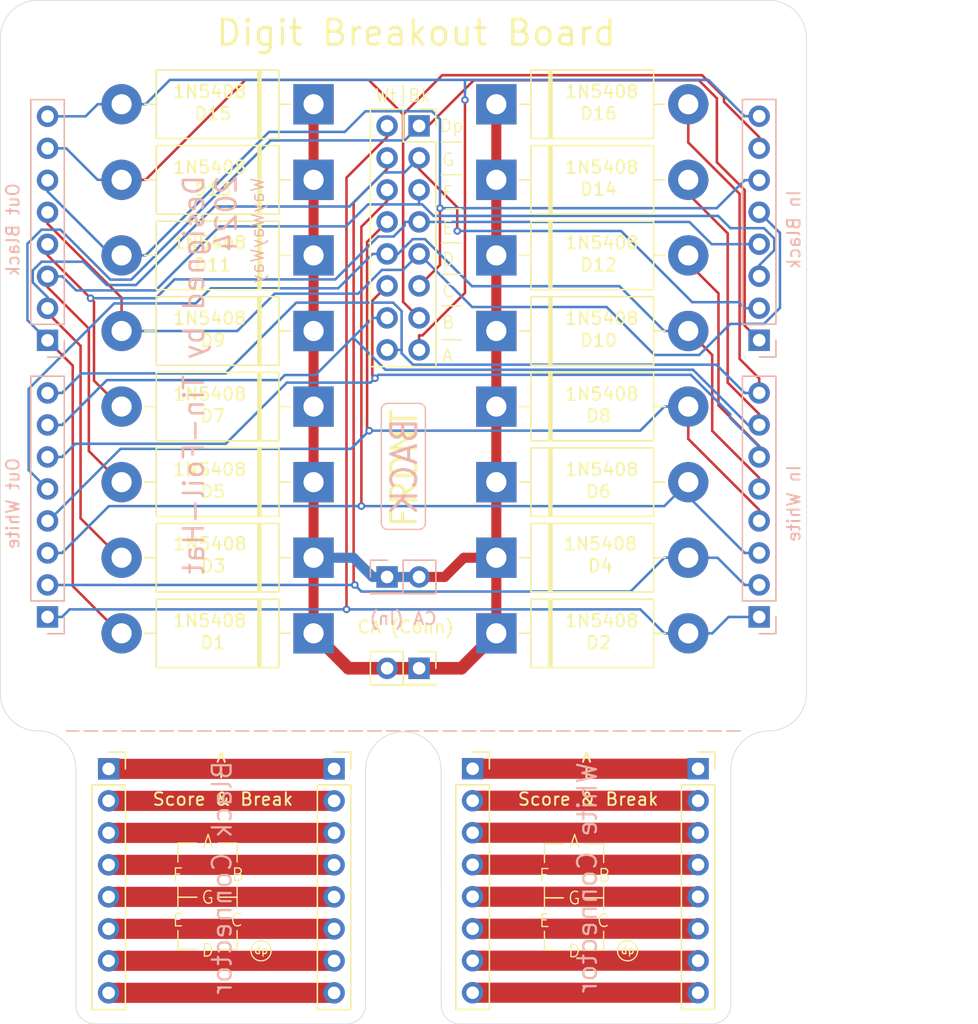
<source format=kicad_pcb>
(kicad_pcb (version 20240108) (generator "pcbnew") (generator_version "8.0")
  (layers (0 "F.Cu" signal) (31 "B.Cu" signal) (34 "B.Paste" user) (35 "F.Paste" user) (36 "B.SilkS" user "B.Silkscreen") (37 "F.SilkS" user "F.Silkscreen") (38 "B.Mask" user) (39 "F.Mask" user) (44 "Edge.Cuts" user))
  (net 0 "")
  (net 1 "Net-(D1-A)")
  (net 2 "Com Anode")
  (net 3 "Net-(D2-A)")
  (net 4 "Net-(D3-A)")
  (net 5 "Net-(D4-A)")
  (net 6 "Net-(D5-A)")
  (net 7 "Net-(D6-A)")
  (net 8 "Net-(D7-A)")
  (net 9 "Net-(D8-A)")
  (net 10 "Net-(D9-A)")
  (net 11 "Net-(D10-A)")
  (net 12 "Net-(D11-A)")
  (net 13 "Net-(D12-A)")
  (net 14 "Net-(D13-A)")
  (net 15 "Net-(D14-A)")
  (net 16 "Net-(D15-A)")
  (net 17 "Net-(D16-A)")
  (net 18 "Net-(J10-Pin_6)")
  (net 19 "Net-(J10-Pin_2)")
  (net 20 "Net-(J10-Pin_5)")
  (net 21 "Net-(J10-Pin_7)")
  (net 22 "Net-(J10-Pin_8)")
  (net 23 "Net-(J10-Pin_1)")
  (net 24 "Net-(J10-Pin_4)")
  (net 25 "Net-(J10-Pin_3)")
  (net 26 "Net-(J11-Pin_6)")
  (net 27 "Net-(J11-Pin_2)")
  (net 28 "Net-(J11-Pin_5)")
  (net 29 "Net-(J11-Pin_7)")
  (net 30 "Net-(J11-Pin_8)")
  (net 31 "Net-(J11-Pin_1)")
  (net 32 "Net-(J11-Pin_4)")
  (net 33 "Net-(J11-Pin_3)")
  (footprint "Connector_PinSocket_2.54mm:PinSocket_1x08_P2.54mm_Vertical" (layer "F.Cu") (at 147.5 122.25)
    (property "Reference" "J9" (hide yes))
    (property "Value" "White (Out - Out)" (hide yes))
  )
  (footprint "Diode_THT:D_DO-201AD_P15.24mm_Horizontal" (layer "F.Cu") (at 134.87 99.5 180)
    (property "Reference" "D5")
    (property "Value" "1N5408")
  )
  (footprint "Connector_PinSocket_2.54mm:PinSocket_2x08_P2.54mm_Vertical" (layer "F.Cu") (at 143.25 71.22)
    (property "Reference" "J12" (hide yes))
    (property "Value" "Black and White (Conn)" (hide yes))
  )
  (footprint "Diode_THT:D_DO-201AD_P15.24mm_Horizontal" (layer "F.Cu") (at 149.38 111.5)
    (property "Reference" "D2")
    (property "Value" "1N5408")
  )
  (footprint "Diode_THT:D_DO-201AD_P15.24mm_Horizontal" (layer "F.Cu") (at 149.38 81.5)
    (property "Reference" "D12")
    (property "Value" "1N5408")
  )
  (footprint "Diode_THT:D_DO-201AD_P15.24mm_Horizontal" (layer "F.Cu") (at 134.87 105.5 180)
    (property "Reference" "D3")
    (property "Value" "1N5408")
  )
  (footprint "Diode_THT:D_DO-201AD_P15.24mm_Horizontal" (layer "F.Cu") (at 149.38 93.5)
    (property "Reference" "D8")
    (property "Value" "1N5408")
  )
  (footprint "Diode_THT:D_DO-201AD_P15.24mm_Horizontal" (layer "F.Cu") (at 134.87 93.5 180)
    (property "Reference" "D7")
    (property "Value" "1N5408")
  )
  (footprint "Diode_THT:D_DO-201AD_P15.24mm_Horizontal" (layer "F.Cu") (at 149.38 99.5)
    (property "Reference" "D6")
    (property "Value" "1N5408")
  )
  (footprint "MountingHole:MountingHole_3.2mm_M3" (layer "F.Cu") (at 170.5 115.75)
    (property "Reference" "REF**" (hide yes))
    (property "Value" "MountingHole_3.2mm_M3" (hide yes))
  )
  (footprint "Connector_PinSocket_2.54mm:PinSocket_2x01_P2.54mm_Vertical" (layer "F.Cu") (at 143.25 114.275)
    (property "Reference" "J3" (hide yes))
    (property "Value" "CA (Conn)")
  )
  (footprint "Connector_PinSocket_2.54mm:PinSocket_1x08_P2.54mm_Vertical" (layer "F.Cu") (at 136.5 122.26)
    (property "Reference" "J10" (hide yes))
    (property "Value" "Black (Out - Out)" (hide yes))
  )
  (footprint "Diode_THT:D_DO-201AD_P15.24mm_Horizontal" (layer "F.Cu") (at 149.38 75.5)
    (property "Reference" "D14")
    (property "Value" "1N5408")
  )
  (footprint "Diode_THT:D_DO-201AD_P15.24mm_Horizontal" (layer "F.Cu") (at 134.87 69.5 180)
    (property "Reference" "D15")
    (property "Value" "1N5408")
  )
  (footprint "Diode_THT:D_DO-201AD_P15.24mm_Horizontal" (layer "F.Cu") (at 134.87 87.5 180)
    (property "Reference" "D9")
    (property "Value" "1N5408")
  )
  (footprint "Diode_THT:D_DO-201AD_P15.24mm_Horizontal" (layer "F.Cu") (at 134.87 81.5 180)
    (property "Reference" "D11")
    (property "Value" "1N5408")
  )
  (footprint "Connector_PinSocket_2.54mm:PinSocket_1x08_P2.54mm_Vertical" (layer "F.Cu") (at 118.6 122.26)
    (property "Reference" "J8" (hide yes))
    (property "Value" "Black Connector" (hide yes))
  )
  (footprint "Diode_THT:D_DO-201AD_P15.24mm_Horizontal" (layer "F.Cu") (at 149.38 105.5)
    (property "Reference" "D4")
    (property "Value" "1N5408")
  )
  (footprint "MountingHole:MountingHole_3.2mm_M3" (layer "F.Cu") (at 113.5 64.75)
    (property "Reference" "REF**" (hide yes))
    (property "Value" "MountingHole_3.2mm_M3" (hide yes))
  )
  (footprint "Diode_THT:D_DO-201AD_P15.24mm_Horizontal" (layer "F.Cu") (at 149.38 87.5)
    (property "Reference" "D10")
    (property "Value" "1N5408")
  )
  (footprint "Connector_PinSocket_2.54mm:PinSocket_1x08_P2.54mm_Vertical" (layer "F.Cu") (at 165.4 122.25)
    (property "Reference" "J11" (hide yes))
    (property "Value" "White Connector" (hide yes))
  )
  (footprint "Diode_THT:D_DO-201AD_P15.24mm_Horizontal" (layer "F.Cu") (at 134.87 111.5 180)
    (property "Reference" "D1")
    (property "Value" "1N5408")
  )
  (footprint "Diode_THT:D_DO-201AD_P15.24mm_Horizontal" (layer "F.Cu") (at 149.38 69.5)
    (property "Reference" "D16")
    (property "Value" "1N5408")
  )
  (footprint "MountingHole:MountingHole_3.2mm_M3" (layer "F.Cu") (at 170.5 64.75)
    (property "Reference" "REF**" (hide yes))
    (property "Value" "MountingHole_3.2mm_M3" (hide yes))
  )
  (footprint "MountingHole:MountingHole_3.2mm_M3" (layer "F.Cu") (at 113.5 115.75)
    (property "Reference" "REF**" (hide yes))
    (property "Value" "MountingHole_3.2mm_M3" (hide yes))
  )
  (footprint "Diode_THT:D_DO-201AD_P15.24mm_Horizontal" (layer "F.Cu") (at 134.87 75.5 180)
    (property "Reference" "D13")
    (property "Value" "1N5408")
  )
  (footprint "Connector_PinSocket_2.54mm:PinSocket_1x08_P2.54mm_Vertical" (layer "B.Cu") (at 170.25 88.23)
    (property "Reference" "J6" (hide yes))
    (property "Value" "In Black")
  )
  (footprint "Connector_PinSocket_2.54mm:PinSocket_2x01_P2.54mm_Vertical" (layer "B.Cu") (at 140.71 107.025 180)
    (property "Reference" "J5" (hide yes))
    (property "Value" "CA (In)")
  )
  (footprint "Connector_PinSocket_2.54mm:PinSocket_1x08_P2.54mm_Vertical" (layer "B.Cu") (at 113.75 110.2)
    (property "Reference" "J2" (hide yes))
    (property "Value" "Out White")
  )
  (footprint "Connector_PinSocket_2.54mm:PinSocket_1x08_P2.54mm_Vertical" (layer "B.Cu") (at 113.75 88.24)
    (property "Reference" "J1" (hide yes))
    (property "Value" "Out Black")
  )
  (footprint "Connector_PinSocket_2.54mm:PinSocket_1x08_P2.54mm_Vertical" (layer "B.Cu") (at 170.25 110.2)
    (property "Reference" "J7" (hide yes))
    (property "Value" "In White")
  )
  (gr_arc (start 140.75 103.25) (mid 140.396447 103.103553) (end 140.25 102.75) (stroke (width 0.1)) (layer "B.SilkS"))
  (gr_line (start 140.75 93.25) (end 143.25 93.25) (stroke (width 0.1)) (layer "B.SilkS"))
  (gr_arc (start 143.25 93.25) (mid 143.603553 93.396447) (end 143.75 93.75) (stroke (width 0.1)) (layer "B.SilkS"))
  (gr_arc (start 143.75 102.75) (mid 143.603553 103.103553) (end 143.25 103.25) (stroke (width 0.1)) (layer "B.SilkS"))
  (gr_line (start 143.75 93.75) (end 143.75 102.75) (stroke (width 0.1)) (layer "B.SilkS"))
  (gr_line (start 168.75 119.25) (end 115.25 119.25) (stroke (width 0.1) (type dash)) (layer "B.SilkS"))
  (gr_line (start 143.25 103.25) (end 140.75 103.25) (stroke (width 0.1)) (layer "B.SilkS"))
  (gr_line (start 140.25 102.75) (end 140.25 93.75) (stroke (width 0.1)) (layer "B.SilkS"))
  (gr_arc (start 140.25 93.75) (mid 140.396447 93.396447) (end 140.75 93.25) (stroke (width 0.1)) (layer "B.SilkS"))
  (gr_line (start 157.9 136.65) (end 157.9 135.15) (stroke (width 0.1)) (layer "F.SilkS"))
  (gr_line (start 128.8 132.45) (end 128.8 131.55) (stroke (width 0.1)) (layer "F.SilkS"))
  (gr_line (start 128.8 128.15) (end 128.8 129.65) (stroke (width 0.1)) (layer "F.SilkS"))
  (gr_line (start 128.8 136.6) (end 128.8 135.1) (stroke (width 0.1)) (layer "F.SilkS"))
  (gr_line (start 124.1 132.45) (end 125.6 132.45) (stroke (width 0.1)) (layer "F.SilkS"))
  (gr_circle (center 130.7 136.7) (end 130.7 137.5) (stroke (width 0.1)) (fill none) (layer "F.SilkS"))
  (gr_line (start 157.9 132.5) (end 156.4 132.5) (stroke (width 0.1)) (layer "F.SilkS"))
  (gr_circle (center 159.8 136.7) (end 159.8 137.5) (stroke (width 0.1)) (fill none) (layer "F.SilkS"))
  (gr_line (start 153.2 136.65) (end 153.2 135.15) (stroke (width 0.1)) (layer "F.SilkS"))
  (gr_line (start 168.75 119.25) (end 115.25 119.25) (stroke (width 0.1) (type dash)) (layer "F.SilkS"))
  (gr_line (start 145 83) (end 146.6 83) (stroke (width 0.1)) (layer "F.SilkS"))
  (gr_line (start 157.9 132.5) (end 157.9 131.6) (stroke (width 0.1)) (layer "F.SilkS"))
  (gr_line (start 128.8 128.15) (end 127.3 128.15) (stroke (width 0.1)) (layer "F.SilkS"))
  (gr_arc (start 143.75 102.75) (mid 143.603553 103.103553) (end 143.25 103.25) (stroke (width 0.1)) (layer "F.SilkS"))
  (gr_line (start 157.9 133.4) (end 157.9 132.5) (stroke (width 0.1)) (layer "F.SilkS"))
  (gr_line (start 142 68) (end 142 69.6) (stroke (width 0.1)) (layer "F.SilkS"))
  (gr_line (start 128.8 136.6) (end 127.3 136.6) (stroke (width 0.1)) (layer "F.SilkS"))
  (gr_line (start 124.1 128.15) (end 124.1 129.65) (stroke (width 0.1)) (layer "F.SilkS"))
  (gr_line (start 153.2 128.2) (end 154.7 128.2) (stroke (width 0.1)) (layer "F.SilkS"))
  (gr_arc (start 140.25 93.75) (mid 140.396447 93.396447) (end 140.75 93.25) (stroke (width 0.1)) (layer "F.SilkS"))
  (gr_line (start 153.2 132.5) (end 153.2 131.6) (stroke (width 0.1)) (layer "F.SilkS"))
  (gr_line (start 153.2 132.5) (end 154.7 132.5) (stroke (width 0.1)) (layer "F.SilkS"))
  (gr_line (start 145.4 77.8) (end 146.6 77.8) (stroke (width 0.1)) (layer "F.SilkS"))
  (gr_line (start 157.9 128.2) (end 157.9 129.7) (stroke (width 0.1)) (layer "F.SilkS"))
  (gr_line (start 128.8 132.45) (end 127.3 132.45) (stroke (width 0.1)) (layer "F.SilkS"))
  (gr_line (start 145 80.5) (end 146.6 80.5) (stroke (width 0.1)) (layer "F.SilkS"))
  (gr_line (start 145 75.1) (end 146.6 75.1) (stroke (width 0.1)) (layer "F.SilkS"))
  (gr_line (start 124.1 136.6) (end 124.1 135.1) (stroke (width 0.1)) (layer "F.SilkS"))
  (gr_line (start 157.9 132.5) (end 156.4 132.5) (stroke (width 0.1)) (layer "F.SilkS"))
  (gr_line (start 145 85.5) (end 146.6 85.5) (stroke (width 0.1)) (layer "F.SilkS"))
  (gr_line (start 128.8 133.35) (end 128.8 132.45) (stroke (width 0.1)) (layer "F.SilkS"))
  (gr_line (start 153.2 133.4) (end 153.2 132.5) (stroke (width 0.1)) (layer "F.SilkS"))
  (gr_line (start 140.75 93.25) (end 143.25 93.25) (stroke (width 0.1)) (layer "F.SilkS"))
  (gr_line (start 157.9 128.2) (end 156.4 128.2) (stroke (width 0.1)) (layer "F.SilkS"))
  (gr_line (start 153.2 132.5) (end 154.7 132.5) (stroke (width 0.1)) (layer "F.SilkS"))
  (gr_line (start 143.75 93.75) (end 143.75 102.75) (stroke (width 0.1)) (layer "F.SilkS"))
  (gr_line (start 124.1 133.35) (end 124.1 132.45) (stroke (width 0.1)) (layer "F.SilkS"))
  (gr_line (start 157.9 136.65) (end 156.4 136.65) (stroke (width 0.1)) (layer "F.SilkS"))
  (gr_line (start 124.1 136.6) (end 125.6 136.6) (stroke (width 0.1)) (layer "F.SilkS"))
  (gr_line (start 146.6 88.2) (end 145 88.2) (stroke (width 0.1)) (layer "F.SilkS"))
  (gr_line (start 153.2 128.2) (end 153.2 129.7) (stroke (width 0.1)) (layer "F.SilkS"))
  (gr_line (start 145 72.5) (end 146.6 72.5) (stroke (width 0.1)) (layer "F.SilkS"))
  (gr_line (start 128.8 132.45) (end 127.3 132.45) (stroke (width 0.1)) (layer "F.SilkS"))
  (gr_line (start 124.1 132.45) (end 125.6 132.45) (stroke (width 0.1)) (layer "F.SilkS"))
  (gr_line (start 143.25 103.25) (end 140.75 103.25) (stroke (width 0.1)) (layer "F.SilkS"))
  (gr_line (start 124.1 128.15) (end 125.6 128.15) (stroke (width 0.1)) (layer "F.SilkS"))
  (gr_line (start 140.25 102.75) (end 140.25 93.75) (stroke (width 0.1)) (layer "F.SilkS"))
  (gr_line (start 124.1 132.45) (end 124.1 131.55) (stroke (width 0.1)) (layer "F.SilkS"))
  (gr_line (start 153.2 136.65) (end 154.7 136.65) (stroke (width 0.1)) (layer "F.SilkS"))
  (gr_arc (start 140.75 103.25) (mid 140.396447 103.103553) (end 140.25 102.75) (stroke (width 0.1)) (layer "F.SilkS"))
  (gr_arc (start 143.25 93.25) (mid 143.603553 93.396447) (end 143.75 93.75) (stroke (width 0.1)) (layer "F.SilkS"))
  (gr_line (start 144.99897 122.399973) (end 145.000001 141) (stroke (width 0.05)) (layer "Edge.Cuts"))
  (gr_arc (start 112.999999 119.250001) (mid 110.878679 118.371321) (end 109.999999 116.250001) (stroke (width 0.05)) (layer "Edge.Cuts"))
  (gr_arc (start 117.5 142.5) (mid 116.43934 142.06066) (end 116 141) (stroke (width 0.05)) (layer "Edge.Cuts"))
  (gr_arc (start 174 116.25) (mid 173.12132 118.37132) (end 171 119.25) (stroke (width 0.05)) (layer "Edge.Cuts"))
  (gr_arc (start 139 141.000001) (mid 138.56066 142.060661) (end 137.5 142.500001) (stroke (width 0.05)) (layer "Edge.Cuts"))
  (gr_arc (start 139.000001 122.32132) (mid 139.87868 120.2) (end 142 119.32132) (stroke (width 0.05)) (layer "Edge.Cuts"))
  (gr_arc (start 171 61.25) (mid 173.12132 62.12868) (end 174 64.25) (stroke (width 0.05)) (layer "Edge.Cuts"))
  (gr_arc (start 146.500001 142.5) (mid 145.439341 142.06066) (end 145.000001 141) (stroke (width 0.05)) (layer "Edge.Cuts"))
  (gr_line (start 117.5 142.5) (end 137.5 142.500001) (stroke (width 0.05)) (layer "Edge.Cuts"))
  (gr_line (start 166.499999 142.500001) (end 146.500001 142.5) (stroke (width 0.05)) (layer "Edge.Cuts"))
  (gr_line (start 167.999999 141.000001) (end 168 122.250001) (stroke (width 0.05)) (layer "Edge.Cuts"))
  (gr_arc (start 167.999999 141.000001) (mid 167.560659 142.060661) (end 166.499999 142.500001) (stroke (width 0.05)) (layer "Edge.Cuts"))
  (gr_arc (start 110 64.25) (mid 110.87868 62.12868) (end 113 61.25) (stroke (width 0.05)) (layer "Edge.Cuts"))
  (gr_line (start 174 64.25) (end 174 116.25) (stroke (width 0.05)) (layer "Edge.Cuts"))
  (gr_line (start 115.999999 122.25) (end 116 141) (stroke (width 0.05)) (layer "Edge.Cuts"))
  (gr_line (start 139 141.000001) (end 139.000001 122.32132) (stroke (width 0.05)) (layer "Edge.Cuts"))
  (gr_arc (start 142 119.32132) (mid 144.148949 120.227992) (end 144.99897 122.399973) (stroke (width 0.05)) (layer "Edge.Cuts"))
  (gr_arc (start 168 122.250001) (mid 168.878679 120.12868) (end 171 119.25) (stroke (width 0.05)) (layer "Edge.Cuts"))
  (gr_arc (start 112.999999 119.250001) (mid 115.121319 120.12868) (end 115.999999 122.25) (stroke (width 0.05)) (layer "Edge.Cuts"))
  (gr_line (start 109.999999 116.250001) (end 110 64.25) (stroke (width 0.05)) (layer "Edge.Cuts"))
  (gr_line (start 113 61.25) (end 171 61.25) (stroke (width 0.05)) (layer "Edge.Cuts"))
  (gr_text "BACK" (at 143.25 94.25 90) (layer "B.SilkS") (effects (font (size 2 2) (thickness 0.24)) (justify left bottom mirror)))
  (gr_text "Black Connector" (at 127.6 130.9 90) (layer "B.SilkS") (effects (font (size 1.5 1.5) (thickness 0.18)) (justify mirror)))
  (gr_text "White Connector" (at 156.6 130.9 90) (layer "B.SilkS") (effects (font (size 1.5 1.5) (thickness 0.18)) (justify mirror)))
  (gr_text "Designed by Tin-Foil-Hat\n2024" (at 128.88 75 90) (layer "B.SilkS") (effects (font (size 1.6 1.6) (thickness 0.2)) (justify left bottom mirror)))
  (gr_text "WayWayWay" (at 131 75.25 90) (layer "B.SilkS") (effects (font (size 1 1) (thickness 0.1)) (justify left bottom mirror)))
  (gr_text "A" (at 145 90 0) (layer "F.SilkS") (effects (font (size 1 1) (thickness 0.1)) (justify left bottom)))
  (gr_text "Wt" (at 139.7 69.4 0) (layer "F.SilkS") (effects (font (size 1 1) (thickness 0.1)) (justify left bottom)))
  (gr_text "B" (at 128.3 131.25 0) (layer "F.SilkS") (effects (font (size 1 1) (thickness 0.1)) (justify left bottom)))
  (gr_text "dp" (at 159.2 137 0) (layer "F.SilkS") (effects (font (size 0.6 0.6) (thickness 0.1)) (justify left bottom)))
  (gr_text "A" (at 126 128.6 0) (layer "F.SilkS") (effects (font (size 1 1) (thickness 0.1)) (justify left bottom)))
  (gr_text "->" (at 128.05 123.275 90) (layer "F.SilkS") (effects (font (size 1 1)) (justify left bottom)))
  (gr_text "G" (at 155 133.1 0) (layer "F.SilkS") (effects (font (size 1 1) (thickness 0.1)) (justify left bottom)))
  (gr_text "C" (at 145 84.9 0) (layer "F.SilkS") (effects (font (size 1 1) (thickness 0.1)) (justify left bottom)))
  (gr_text "E" (at 152.7 134.9 0) (layer "F.SilkS") (effects (font (size 1 1) (thickness 0.1)) (justify left bottom)))
  (gr_text "B" (at 145 87.4 0) (layer "F.SilkS") (effects (font (size 1 1) (thickness 0.1)) (justify left bottom)))
  (gr_text "dp" (at 130.1 137 0) (layer "F.SilkS") (effects (font (size 0.6 0.6) (thickness 0.1)) (justify left bottom)))
  (gr_text "D" (at 145 82.4 0) (layer "F.SilkS") (effects (font (size 1 1) (thickness 0.1)) (justify left bottom)))
  (gr_text "F" (at 152.7 131.3 0) (layer "F.SilkS") (effects (font (size 1 1) (thickness 0.1)) (justify left bottom)))
  (gr_text "Bk" (at 142.3 69.4 0) (layer "F.SilkS") (effects (font (size 1 1) (thickness 0.1)) (justify left bottom)))
  (gr_text "D" (at 155 137.3 0) (layer "F.SilkS") (effects (font (size 1 1) (thickness 0.1)) (justify left bottom)))
  (gr_text "E" (at 123.6 134.85 0) (layer "F.SilkS") (effects (font (size 1 1) (thickness 0.1)) (justify left bottom)))
  (gr_text "C" (at 128.2 134.85 0) (layer "F.SilkS") (effects (font (size 1 1) (thickness 0.1)) (justify left bottom)))
  (gr_text "A" (at 155.1 128.6 0) (layer "F.SilkS") (effects (font (size 1 1) (thickness 0.1)) (justify left bottom)))
  (gr_text "C" (at 157.3 134.9 0) (layer "F.SilkS") (effects (font (size 1 1) (thickness 0.1)) (justify left bottom)))
  (gr_text "F" (at 123.6 131.25 0) (layer "F.SilkS") (effects (font (size 1 1) (thickness 0.1)) (justify left bottom)))
  (gr_text "D" (at 125.9 137.25 0) (layer "F.SilkS") (effects (font (size 1 1) (thickness 0.1)) (justify left bottom)))
  (gr_text "G" (at 125.9 133.05 0) (layer "F.SilkS") (effects (font (size 1 1) (thickness 0.1)) (justify left bottom)))
  (gr_text "FRONT\n" (at 143.25 103.25 90) (layer "F.SilkS") (effects (font (size 2 2) (thickness 0.24)) (justify left bottom)))
  (gr_text "Dp" (at 144.8 71.8 0) (layer "F.SilkS") (effects (font (size 1 1) (thickness 0.1)) (justify left bottom)))
  (gr_text "B" (at 157.4 131.3 0) (layer "F.SilkS") (effects (font (size 1 1) (thickness 0.1)) (justify left bottom)))
  (gr_text "->" (at 157.05 123.275 90) (layer "F.SilkS") (effects (font (size 1 1)) (justify left bottom)))
  (gr_text "E" (at 145 79.9 0) (layer "F.SilkS") (effects (font (size 1 1) (thickness 0.1)) (justify left bottom)))
  (gr_text "Score & Break" (at 122 125.25 0) (layer "F.SilkS") (effects (font (size 1 1)) (justify left bottom)))
  (gr_text "Score & Break" (at 151 125.25 0) (layer "F.SilkS") (effects (font (size 1 1)) (justify left bottom)))
  (gr_text "F" (at 145 77.1 0) (layer "F.SilkS") (effects (font (size 1 1) (thickness 0.1)) (justify left bottom)))
  (gr_text "G" (at 145 74.5 0) (layer "F.SilkS") (effects (font (size 1 1) (thickness 0.1)) (justify left bottom)))
  (gr_text "Digit Breakout Board" (at 127 65 0) (layer "F.SilkS") (effects (font (size 2 2) (thickness 0.24)) (justify left bottom)))
  (segment (start 166.8907 74.099) (end 169.0983 76.3066) (width 0.2) (layer "F.Cu") (net 1))
  (segment (start 169.0983 76.3066) (end 169.0983 87.0783) (width 0.2) (layer "F.Cu") (net 1))
  (segment (start 166.8907 69.0295) (end 166.8907 74.099) (width 0.2) (layer "F.Cu") (net 1))
  (segment (start 113.75 88.24) (end 113.75 88.25) (width 0.2) (layer "F.Cu") (net 1))
  (segment (start 119.5 111.5) (end 119.63 111.5) (width 0.2) (layer "F.Cu") (net 1))
  (segment (start 165.4595 67.5983) (end 166.8907 69.0295) (width 0.2) (layer "F.Cu") (net 1))
  (segment (start 147.5915 67.5983) (end 165.4595 67.5983) (width 0.2) (layer "F.Cu") (net 1))
  (segment (start 143.25 71.22) (end 143.9698 71.22) (width 0.2) (layer "F.Cu") (net 1))
  (segment (start 169.0983 87.0783) (end 170.25 88.23) (width 0.2) (layer "F.Cu") (net 1))
  (segment (start 115.75 107.75) (end 119.5 111.5) (width 0.2) (layer "F.Cu") (net 1))
  (segment (start 115.75 90.25) (end 115.75 107.75) (width 0.2) (layer "F.Cu") (net 1))
  (segment (start 143.9698 71.22) (end 147.5915 67.5983) (width 0.2) (layer "F.Cu") (net 1))
  (segment (start 113.75 88.25) (end 115.75 90.25) (width 0.2) (layer "F.Cu") (net 1))
  (segment (start 142.0983 72.3717) (end 131.4477 72.3717) (width 0.2) (layer "B.Cu") (net 1))
  (segment (start 120.3962 83.4232) (end 118.7381 83.4232) (width 0.2) (layer "B.Cu") (net 1))
  (segment (start 112.1519 86.6419) (end 113.75 88.24) (width 0.2) (layer "B.Cu") (net 1))
  (segment (start 131.4477 72.3717) (end 120.3962 83.4232) (width 0.2) (layer "B.Cu") (net 1))
  (segment (start 114.7723 79.4574) (end 113.2708 79.4574) (width 0.2) (layer "B.Cu") (net 1))
  (segment (start 143.25 71.22) (end 142.0983 72.3717) (width 0.2) (layer "B.Cu") (net 1))
  (segment (start 112.1519 80.5763) (end 112.1519 86.6419) (width 0.2) (layer "B.Cu") (net 1))
  (segment (start 118.7381 83.4232) (end 114.7723 79.4574) (width 0.2) (layer "B.Cu") (net 1))
  (segment (start 113.2708 79.4574) (end 112.1519 80.5763) (width 0.2) (layer "B.Cu") (net 1))
  (segment (start 149.38 75.5) (end 149.38 81.5) (width 0.8) (layer "F.Cu") (net 2))
  (segment (start 134.87 87.5) (end 134.87 93.5) (width 0.8) (layer "F.Cu") (net 2))
  (segment (start 140.71 114.275) (end 137.645 114.275) (width 1) (layer "F.Cu") (net 2))
  (segment (start 134.87 105.5) (end 134.87 99.5) (width 0.8) (layer "F.Cu") (net 2))
  (segment (start 149.38 69.5) (end 149.38 75.5) (width 0.8) (layer "F.Cu") (net 2))
  (segment (start 134.87 81.5) (end 134.87 87.5) (width 0.8) (layer "F.Cu") (net 2))
  (segment (start 134.87 75.5) (end 134.87 69.5) (width 0.8) (layer "F.Cu") (net 2))
  (segment (start 149.38 105.5) (end 149.38 111.5) (width 0.8) (layer "F.Cu") (net 2))
  (segment (start 146.605 114.275) (end 149.38 111.5) (width 1) (layer "F.Cu") (net 2))
  (segment (start 134.87 111.5) (end 134.87 105.5) (width 0.8) (layer "F.Cu") (net 2))
  (segment (start 149.38 93.5) (end 149.38 87.5) (width 0.8) (layer "F.Cu") (net 2))
  (segment (start 143.25 114.275) (end 146.605 114.275) (width 1) (layer "F.Cu") (net 2))
  (segment (start 134.87 93.5) (end 134.87 99.5) (width 0.8) (layer "F.Cu") (net 2))
  (segment (start 143.25 114.275) (end 140.71 114.275) (width 1) (layer "F.Cu") (net 2))
  (segment (start 143.25 107.025) (end 145.275 107.025) (width 0.8) (layer "F.Cu") (net 2))
  (segment (start 149.38 99.5) (end 149.38 93.5) (width 0.8) (layer "F.Cu") (net 2))
  (segment (start 134.87 81.5) (end 134.87 75.5) (width 0.8) (layer "F.Cu") (net 2))
  (segment (start 149.38 99.5) (end 149.38 105.5) (width 0.8) (layer "F.Cu") (net 2))
  (segment (start 149.38 87.5) (end 149.38 81.5) (width 0.8) (layer "F.Cu") (net 2))
  (segment (start 137.645 114.275) (end 134.87 111.5) (width 1) (layer "F.Cu") (net 2))
  (segment (start 146.8 105.5) (end 149.38 105.5) (width 0.8) (layer "F.Cu") (net 2))
  (segment (start 145.275 107.025) (end 146.8 105.5) (width 0.8) (layer "F.Cu") (net 2))
  (segment (start 139.5583 107.025) (end 138.0333 105.5) (width 0.8) (layer "B.Cu") (net 2))
  (segment (start 138.0333 105.5) (end 136.7717 105.5) (width 0.8) (layer "B.Cu") (net 2))
  (segment (start 143.25 107.025) (end 140.71 107.025) (width 0.8) (layer "B.Cu") (net 2))
  (segment (start 134.87 105.5) (end 136.7717 105.5) (width 0.8) (layer "B.Cu") (net 2))
  (segment (start 140.71 107.025) (end 139.5583 107.025) (width 0.8) (layer "B.Cu") (net 2))
  (segment (start 137.4864 75.3268) (end 137.4864 109.5983) (width 0.2) (layer "F.Cu") (net 3))
  (segment (start 140.71 72.1032) (end 137.4864 75.3268) (width 0.2) (layer "F.Cu") (net 3))
  (segment (start 140.71 71.22) (end 140.71 72.1032) (width 0.2) (layer "F.Cu") (net 3))
  (via (at 137.4864 109.5983) (size 0.6) (drill 0.3) (layers "F.Cu" "B.Cu") (net 3))
  (segment (start 167.8217 110.2) (end 166.5217 111.5) (width 0.2) (layer "B.Cu") (net 3))
  (segment (start 113.75 110.2) (end 114.9017 110.2) (width 0.2) (layer "B.Cu") (net 3))
  (segment (start 160.8166 109.5983) (end 162.7183 111.5) (width 0.2) (layer "B.Cu") (net 3))
  (segment (start 164.62 111.5) (end 166.5217 111.5) (width 0.2) (layer "B.Cu") (net 3))
  (segment (start 115.5034 109.5983) (end 137.4864 109.5983) (width 0.2) (layer "B.Cu") (net 3))
  (segment (start 137.4864 109.5983) (end 160.8166 109.5983) (width 0.2) (layer "B.Cu") (net 3))
  (segment (start 170.25 110.2) (end 167.8217 110.2) (width 0.2) (layer "B.Cu") (net 3))
  (segment (start 164.62 111.5) (end 162.7183 111.5) (width 0.2) (layer "B.Cu") (net 3))
  (segment (start 114.9017 110.2) (end 115.5034 109.5983) (width 0.2) (layer "B.Cu") (net 3))
  (segment (start 143.25 74.6432) (end 146.2773 77.6705) (width 0.2) (layer "F.Cu") (net 4))
  (segment (start 116.3743 88.6842) (end 116.3743 102.3743) (width 0.2) (layer "F.Cu") (net 4))
  (segment (start 143.25 73.76) (end 143.25 74.6432) (width 0.2) (layer "F.Cu") (net 4))
  (segment (start 116.3743 102.3743) (end 119.5 105.5) (width 0.2) (layer "F.Cu") (net 4))
  (segment (start 119.5 105.5) (end 119.63 105.5) (width 0.2) (layer "F.Cu") (net 4))
  (segment (start 113.75 86.0599) (end 116.3743 88.6842) (width 0.2) (layer "F.Cu") (net 4))
  (segment (start 113.75 85.7) (end 113.75 86.0599) (width 0.2) (layer "F.Cu") (net 4))
  (segment (start 146.2773 77.6705) (end 146.2773 79.5622) (width 0.2) (layer "F.Cu") (net 4))
  (via (at 146.2773 79.5622) (size 0.6) (drill 0.3) (layers "F.Cu" "B.Cu") (net 4))
  (segment (start 142.0983 74.9117) (end 140.4305 74.9117) (width 0.2) (layer "B.Cu") (net 4))
  (segment (start 120.7685 83.8506) (end 118.4459 83.8506) (width 0.2) (layer "B.Cu") (net 4))
  (segment (start 118.4459 83.8506) (end 116.597 82.0017) (width 0.2) (layer "B.Cu") (net 4))
  (segment (start 113.2735 82.0017) (end 112.5767 82.6985) (width 0.2) (layer "B.Cu") (net 4))
  (segment (start 137.7258 77.6164) (end 127.0027 77.6164) (width 0.2) (layer "B.Cu") (net 4))
  (segment (start 140.4305 74.9117) (end 137.7258 77.6164) (width 0.2) (layer "B.Cu") (net 4))
  (segment (start 169.0983 85.69) (end 168.6209 85.2126) (width 0.2) (layer "B.Cu") (net 4))
  (segment (start 170.25 85.69) (end 169.0983 85.69) (width 0.2) (layer "B.Cu") (net 4))
  (segment (start 164.9326 85.2126) (end 159.2822 79.5622) (width 0.2) (layer "B.Cu") (net 4))
  (segment (start 168.6209 85.2126) (end 164.9326 85.2126) (width 0.2) (layer "B.Cu") (net 4))
  (segment (start 112.5767 82.6985) (end 112.5767 83.6435) (width 0.2) (layer "B.Cu") (net 4))
  (segment (start 113.75 84.8168) (end 113.75 85.7) (width 0.2) (layer "B.Cu") (net 4))
  (segment (start 116.597 82.0017) (end 113.2735 82.0017) (width 0.2) (layer "B.Cu") (net 4))
  (segment (start 127.0027 77.6164) (end 120.7685 83.8506) (width 0.2) (layer "B.Cu") (net 4))
  (segment (start 143.25 73.76) (end 142.0983 74.9117) (width 0.2) (layer "B.Cu") (net 4))
  (segment (start 112.5767 83.6435) (end 113.75 84.8168) (width 0.2) (layer "B.Cu") (net 4))
  (segment (start 159.2822 79.5622) (end 146.2773 79.5622) (width 0.2) (layer "B.Cu") (net 4))
  (segment (start 140.71 73.76) (end 140.71 74.6432) (width 0.2) (layer "F.Cu") (net 5))
  (segment (start 140.71 74.6432) (end 138.0528 77.3004) (width 0.2) (layer "F.Cu") (net 5))
  (segment (start 138.0528 107.5678) (end 138.145 107.66) (width 0.2) (layer "F.Cu") (net 5))
  (segment (start 138.0528 77.3004) (end 138.0528 107.5678) (width 0.2) (layer "F.Cu") (net 5))
  (via (at 138.145 107.66) (size 0.6) (drill 0.3) (layers "F.Cu" "B.Cu") (net 5))
  (segment (start 113.75 107.66) (end 114.9017 107.66) (width 0.2) (layer "B.Cu") (net 5))
  (segment (start 162.7183 105.5) (end 160.0341 108.1842) (width 0.2) (layer "B.Cu") (net 5))
  (segment (start 138.6692 108.1842) (end 138.145 107.66) (width 0.2) (layer "B.Cu") (net 5))
  (segment (start 169.0983 107.66) (end 166.9383 105.5) (width 0.2) (layer "B.Cu") (net 5))
  (segment (start 166.9383 105.5) (end 164.62 105.5) (width 0.2) (layer "B.Cu") (net 5))
  (segment (start 170.25 107.66) (end 169.0983 107.66) (width 0.2) (layer "B.Cu") (net 5))
  (segment (start 164.62 105.5) (end 162.7183 105.5) (width 0.2) (layer "B.Cu") (net 5))
  (segment (start 114.9017 107.66) (end 138.145 107.66) (width 0.2) (layer "B.Cu") (net 5))
  (segment (start 160.0341 108.1842) (end 138.6692 108.1842) (width 0.2) (layer "B.Cu") (net 5))
  (segment (start 113.75 83.16) (end 113.75 84.0238) (width 0.2) (layer "F.Cu") (net 6))
  (segment (start 117.0287 97.0287) (end 119.5 99.5) (width 0.2) (layer "F.Cu") (net 6))
  (segment (start 117.0287 87.3025) (end 117.0287 97.0287) (width 0.2) (layer "F.Cu") (net 6))
  (segment (start 113.75 84.0238) (end 117.0287 87.3025) (width 0.2) (layer "F.Cu") (net 6))
  (segment (start 119.5 99.5) (end 119.63 99.5) (width 0.2) (layer "F.Cu") (net 6))
  (segment (start 114.9017 83.16) (end 116.0197 84.278) (width 0.2) (layer "B.Cu") (net 6))
  (segment (start 143.25 76.3) (end 143.25 77.4517) (width 0.2) (layer "B.Cu") (net 6))
  (segment (start 144.4017 78.3629) (end 143.4905 77.4517) (width 0.2) (layer "B.Cu") (net 6))
  (segment (start 113.75 83.16) (end 114.9017 83.16) (width 0.2) (layer "B.Cu") (net 6))
  (segment (start 137.4503 79.1938) (end 139.1924 77.4517) (width 0.2) (layer "B.Cu") (net 6))
  (segment (start 170.25 82.2862) (end 171.4489 81.0873) (width 0.2) (layer "B.Cu") (net 6))
  (segment (start 167.9679 79.34) (end 166.9909 78.363) (width 0.2) (layer "B.Cu") (net 6))
  (segment (start 170.6294 79.34) (end 167.9679 79.34) (width 0.2) (layer "B.Cu") (net 6))
  (segment (start 170.25 83.15) (end 170.25 82.2862) (width 0.2) (layer "B.Cu") (net 6))
  (segment (start 166.9909 78.363) (end 144.4017 78.363) (width 0.2) (layer "B.Cu") (net 6))
  (segment (start 144.4017 78.363) (end 144.4017 78.3629) (width 0.2) (layer "B.Cu") (net 6))
  (segment (start 122.3225 84.278) (end 127.4067 79.1938) (width 0.2) (layer "B.Cu") (net 6))
  (segment (start 143.4905 77.4517) (end 143.25 77.4517) (width 0.2) (layer "B.Cu") (net 6))
  (segment (start 116.0197 84.278) (end 122.3225 84.278) (width 0.2) (layer "B.Cu") (net 6))
  (segment (start 127.4067 79.1938) (end 137.4503 79.1938) (width 0.2) (layer "B.Cu") (net 6))
  (segment (start 139.1924 77.4517) (end 143.25 77.4517) (width 0.2) (layer "B.Cu") (net 6))
  (segment (start 171.4489 80.1595) (end 170.6294 79.34) (width 0.2) (layer "B.Cu") (net 6))
  (segment (start 171.4489 81.0873) (end 171.4489 80.1595) (width 0.2) (layer "B.Cu") (net 6))
  (segment (start 140.71 77.1832) (end 138.6665 79.2267) (width 0.2) (layer "F.Cu") (net 7))
  (segment (start 138.6665 79.2267) (end 138.6665 101.4) (width 0.2) (layer "F.Cu") (net 7))
  (segment (start 140.71 76.3) (end 140.71 77.1832) (width 0.2) (layer "F.Cu") (net 7))
  (via (at 138.6665 101.4) (size 0.6) (drill 0.3) (layers "F.Cu" "B.Cu") (net 7))
  (segment (start 138.6682 101.4017) (end 162.7183 101.4017) (width 0.2) (layer "B.Cu") (net 7))
  (segment (start 138.6648 101.4017) (end 118.62 101.4017) (width 0.2) (layer "B.Cu") (net 7))
  (segment (start 118.62 101.4017) (end 114.9017 105.12) (width 0.2) (layer "B.Cu") (net 7))
  (segment (start 138.6665 101.4) (end 138.6682 101.4017) (width 0.2) (layer "B.Cu") (net 7))
  (segment (start 138.6665 101.4) (end 138.6648 101.4017) (width 0.2) (layer "B.Cu") (net 7))
  (segment (start 162.7183 101.4017) (end 164.62 99.5) (width 0.2) (layer "B.Cu") (net 7))
  (segment (start 164.62 100.6417) (end 164.62 99.5) (width 0.2) (layer "B.Cu") (net 7))
  (segment (start 113.75 105.12) (end 114.9017 105.12) (width 0.2) (layer "B.Cu") (net 7))
  (segment (start 169.0983 105.12) (end 164.62 100.6417) (width 0.2) (layer "B.Cu") (net 7))
  (segment (start 170.25 105.12) (end 169.0983 105.12) (width 0.2) (layer "B.Cu") (net 7))
  (segment (start 117.4378 85.1716) (end 117.4378 91.4378) (width 0.2) (layer "F.Cu") (net 8))
  (segment (start 113.75 80.62) (end 113.75 81.4838) (width 0.2) (layer "F.Cu") (net 8))
  (segment (start 113.75 81.4838) (end 117.1663 84.9001) (width 0.2) (layer "F.Cu") (net 8))
  (segment (start 117.4378 91.4378) (end 119.5 93.5) (width 0.2) (layer "F.Cu") (net 8))
  (segment (start 117.1663 84.9001) (end 117.4378 85.1716) (width 0.2) (layer "F.Cu") (net 8))
  (segment (start 119.5 93.5) (end 119.63 93.5) (width 0.2) (layer "F.Cu") (net 8))
  (via (at 117.1663 84.9001) (size 0.6) (drill 0.3) (layers "F.Cu" "B.Cu") (net 8))
  (segment (start 117.1663 84.9001) (end 122.3369 84.9001) (width 0.2) (layer "B.Cu") (net 8))
  (segment (start 143.8259 78.84) (end 144.4017 78.84) (width 0.2) (layer "B.Cu") (net 8))
  (segment (start 139.9967 80) (end 141.2262 80) (width 0.2) (layer "B.Cu") (net 8))
  (segment (start 141.2262 80) (end 142.0983 79.1279) (width 0.2) (layer "B.Cu") (net 8))
  (segment (start 142.0983 78.84) (end 143.25 78.84) (width 0.2) (layer "B.Cu") (net 8))
  (segment (start 123.8338 83.4032) (end 136.5935 83.4032) (width 0.2) (layer "B.Cu") (net 8))
  (segment (start 142.0983 79.1279) (end 142.0983 78.84) (width 0.2) (layer "B.Cu") (net 8))
  (segment (start 143.8259 78.84) (end 143.25 78.84) (width 0.2) (layer "B.Cu") (net 8))
  (segment (start 144.4017 78.84) (end 164.7084 78.84) (width 0.2) (layer "B.Cu") (net 8))
  (segment (start 136.5935 83.4032) (end 139.9967 80) (width 0.2) (layer "B.Cu") (net 8))
  (segment (start 164.7084 78.84) (end 166.4784 80.61) (width 0.2) (layer "B.Cu") (net 8))
  (segment (start 122.3369 84.9001) (end 123.8338 83.4032) (width 0.2) (layer "B.Cu") (net 8))
  (segment (start 166.4784 80.61) (end 170.25 80.61) (width 0.2) (layer "B.Cu") (net 8))
  (segment (start 139.1198 95.2468) (end 139.286 95.413) (width 0.2) (layer "F.Cu") (net 9))
  (segment (start 139.1198 80.4302) (end 139.1198 95.2468) (width 0.2) (layer "F.Cu") (net 9))
  (segment (start 164.62 93.5) (end 164.62 96.0668) (width 0.2) (layer "F.Cu") (net 9))
  (segment (start 140.71 78.84) (end 139.1198 80.4302) (width 0.2) (layer "F.Cu") (net 9))
  (segment (start 170.25 101.6968) (end 170.25 102.58) (width 0.2) (layer "F.Cu") (net 9))
  (segment (start 164.62 96.0668) (end 170.25 101.6968) (width 0.2) (layer "F.Cu") (net 9))
  (via (at 139.286 95.413) (size 0.6) (drill 0.3) (layers "F.Cu" "B.Cu") (net 9))
  (segment (start 160.8053 95.413) (end 139.286 95.413) (width 0.2) (layer "B.Cu") (net 9))
  (segment (start 113.822 102.58) (end 119.5477 96.8543) (width 0.2) (layer "B.Cu") (net 9))
  (segment (start 137.8447 96.8543) (end 139.286 95.413) (width 0.2) (layer "B.Cu") (net 9))
  (segment (start 113.75 102.58) (end 113.822 102.58) (width 0.2) (layer "B.Cu") (net 9))
  (segment (start 119.5477 96.8543) (end 137.8447 96.8543) (width 0.2) (layer "B.Cu") (net 9))
  (segment (start 164.62 93.5) (end 162.7183 93.5) (width 0.2) (layer "B.Cu") (net 9))
  (segment (start 162.7183 93.5) (end 160.8053 95.413) (width 0.2) (layer "B.Cu") (net 9))
  (segment (start 113.75 78.9856) (end 119.63 84.8656) (width 0.2) (layer "F.Cu") (net 10))
  (segment (start 119.63 84.8656) (end 119.63 87.5) (width 0.2) (layer "F.Cu") (net 10))
  (segment (start 113.75 78.08) (end 113.75 78.9856) (width 0.2) (layer "F.Cu") (net 10))
  (segment (start 158.1373 85.5983) (end 161.9418 89.4028) (width 0.2) (layer "B.Cu") (net 10))
  (segment (start 138.4098 84.5385) (end 140.2983 82.65) (width 0.2) (layer "B.Cu") (net 10))
  (segment (start 147.4683 85.5983) (end 158.1373 85.5983) (width 0.2) (layer "B.Cu") (net 10))
  (segment (start 119.63 87.5) (end 128.8202 87.5) (width 0.2) (layer "B.Cu") (net 10))
  (segment (start 131.7817 84.5385) (end 138.4098 84.5385) (width 0.2) (layer "B.Cu") (net 10))
  (segment (start 161.9418 89.4028) (end 165.487 89.4028) (width 0.2) (layer "B.Cu") (net 10))
  (segment (start 143.25 81.38) (end 147.4683 85.5983) (width 0.2) (layer "B.Cu") (net 10))
  (segment (start 170.6335 86.9374) (end 171.8993 85.6716) (width 0.2) (layer "B.Cu") (net 10))
  (segment (start 141.98 82.65) (end 143.25 81.38) (width 0.2) (layer "B.Cu") (net 10))
  (segment (start 171.8993 79.7193) (end 170.25 78.07) (width 0.2) (layer "B.Cu") (net 10))
  (segment (start 140.2983 82.65) (end 141.98 82.65) (width 0.2) (layer "B.Cu") (net 10))
  (segment (start 165.487 89.4028) (end 167.9524 86.9374) (width 0.2) (layer "B.Cu") (net 10))
  (segment (start 167.9524 86.9374) (end 170.6335 86.9374) (width 0.2) (layer "B.Cu") (net 10))
  (segment (start 128.8202 87.5) (end 131.7817 84.5385) (width 0.2) (layer "B.Cu") (net 10))
  (segment (start 171.8993 85.6716) (end 171.8993 79.7193) (width 0.2) (layer "B.Cu") (net 10))
  (segment (start 164.62 87.5) (end 166.5217 89.4017) (width 0.2) (layer "F.Cu") (net 11))
  (segment (start 166.5217 95.4285) (end 170.25 99.1568) (width 0.2) (layer "F.Cu") (net 11))
  (segment (start 170.25 99.1568) (end 170.25 100.04) (width 0.2) (layer "F.Cu") (net 11))
  (segment (start 166.5217 89.4017) (end 166.5217 95.4285) (width 0.2) (layer "F.Cu") (net 11))
  (segment (start 159.1618 83.9435) (end 162.7183 87.5) (width 0.2) (layer "B.Cu") (net 11))
  (segment (start 147.4466 83.9435) (end 159.1618 83.9435) (width 0.2) (layer "B.Cu") (net 11))
  (segment (start 141.5738 81.38) (end 142.7454 80.2084) (width 0.2) (layer "B.Cu") (net 11))
  (segment (start 112.25 98.54) (end 112.25 92.0973) (width 0.2) (layer "B.Cu") (net 11))
  (segment (start 162.7183 87.5) (end 164.62 87.5) (width 0.2) (layer "B.Cu") (net 11))
  (segment (start 142.7454 80.2084) (end 143.7115 80.2084) (width 0.2) (layer "B.Cu") (net 11))
  (segment (start 140.71 81.38) (end 141.5738 81.38) (width 0.2) (layer "B.Cu") (net 11))
  (segment (start 113.75 100.04) (end 112.25 98.54) (width 0.2) (layer "B.Cu") (net 11))
  (segment (start 112.25 92.0973) (end 119.0388 85.3085) (width 0.2) (layer "B.Cu") (net 11))
  (segment (start 136.8267 84.1116) (end 139.5583 81.38) (width 0.2) (layer "B.Cu") (net 11))
  (segment (start 143.7115 80.2084) (end 147.4466 83.9435) (width 0.2) (layer "B.Cu") (net 11))
  (segment (start 125.5155 85.3085) (end 126.7124 84.1116) (width 0.2) (layer "B.Cu") (net 11))
  (segment (start 126.7124 84.1116) (end 136.8267 84.1116) (width 0.2) (layer "B.Cu") (net 11))
  (segment (start 119.0388 85.3085) (end 125.5155 85.3085) (width 0.2) (layer "B.Cu") (net 11))
  (segment (start 139.5583 81.38) (end 140.71 81.38) (width 0.2) (layer "B.Cu") (net 11))
  (segment (start 143.25 83.92) (end 144.9067 82.2633) (width 0.2) (layer "F.Cu") (net 12))
  (segment (start 144.9067 82.2633) (end 144.9067 77.7509) (width 0.2) (layer "F.Cu") (net 12))
  (via (at 144.9067 77.7509) (size 0.6) (drill 0.3) (layers "F.Cu" "B.Cu") (net 12))
  (segment (start 166.8774 77.7509) (end 169.0983 75.53) (width 0.2) (layer "B.Cu") (net 12))
  (segment (start 119.63 81.5) (end 121.5317 81.5) (width 0.2) (layer "B.Cu") (net 12))
  (segment (start 138.9867 70.0584) (end 137.3485 71.6966) (width 0.2) (layer "B.Cu") (net 12))
  (segment (start 131.3351 71.6966) (end 121.5317 81.5) (width 0.2) (layer "B.Cu") (net 12))
  (segment (start 144.9067 77.7509) (end 144.9067 70.6947) (width 0.2) (layer "B.Cu") (net 12))
  (segment (start 137.3485 71.6966) (end 131.3351 71.6966) (width 0.2) (layer "B.Cu") (net 12))
  (segment (start 144.9067 77.7509) (end 166.8774 77.7509) (width 0.2) (layer "B.Cu") (net 12))
  (segment (start 118.8262 81.5) (end 119.63 81.5) (width 0.2) (layer "B.Cu") (net 12))
  (segment (start 113.75 75.54) (end 113.75 76.4238) (width 0.2) (layer "B.Cu") (net 12))
  (segment (start 144.9067 70.6947) (end 144.2704 70.0584) (width 0.2) (layer "B.Cu") (net 12))
  (segment (start 170.25 75.53) (end 169.0983 75.53) (width 0.2) (layer "B.Cu") (net 12))
  (segment (start 144.2704 70.0584) (end 138.9867 70.0584) (width 0.2) (layer "B.Cu") (net 12))
  (segment (start 113.75 76.4238) (end 118.8262 81.5) (width 0.2) (layer "B.Cu") (net 12))
  (segment (start 170.25 96.6362) (end 167.0173 93.4035) (width 0.2) (layer "F.Cu") (net 13))
  (segment (start 167.0173 93.4035) (end 167.0173 84.5173) (width 0.2) (layer "F.Cu") (net 13))
  (segment (start 164.62 82.12) (end 164.62 81.5) (width 0.2) (layer "F.Cu") (net 13))
  (segment (start 167.0173 84.5173) (end 164.62 82.12) (width 0.2) (layer "F.Cu") (net 13))
  (segment (start 139.75 91.25) (end 139.5361 91.0361) (width 0.2) (layer "F.Cu") (net 13))
  (segment (start 139.5361 91.0361) (end 139.5361 85.0939) (width 0.2) (layer "F.Cu") (net 13))
  (segment (start 139.5361 85.0939) (end 140.71 83.92) (width 0.2) (layer "F.Cu") (net 13))
  (segment (start 170.25 97.5) (end 170.25 96.6362) (width 0.2) (layer "F.Cu") (net 13))
  (via (at 139.75 91.25) (size 0.6) (drill 0.3) (layers "F.Cu" "B.Cu") (net 13))
  (segment (start 132.7519 91.5982) (end 127.8975 96.4526) (width 0.2) (layer "B.Cu") (net 13))
  (segment (start 115.9491 96.4526) (end 114.9017 97.5) (width 0.2) (layer "B.Cu") (net 13))
  (segment (start 167.9484 94.4039) (end 170.25 96.7055) (width 0.2) (layer "B.Cu") (net 13))
  (segment (start 139.75 91.25) (end 140.0219 90.9781) (width 0.2) (layer "B.Cu") (net 13))
  (segment (start 170.25 96.7055) (end 170.25 97.5) (width 0.2) (layer "B.Cu") (net 13))
  (segment (start 114.9017 97.5) (end 113.75 97.5) (width 0.2) (layer "B.Cu") (net 13))
  (segment (start 167.9484 94.107) (end 167.9484 94.4039) (width 0.2) (layer "B.Cu") (net 13))
  (segment (start 164.8195 90.9781) (end 167.9484 94.107) (width 0.2) (layer "B.Cu") (net 13))
  (segment (start 127.8975 96.4526) (end 115.9491 96.4526) (width 0.2) (layer "B.Cu") (net 13))
  (segment (start 139.75 91.25) (end 139.4018 91.5982) (width 0.2) (layer "B.Cu") (net 13))
  (segment (start 140.0219 90.9781) (end 164.8195 90.9781) (width 0.2) (layer "B.Cu") (net 13))
  (segment (start 139.4018 91.5982) (end 132.7519 91.5982) (width 0.2) (layer "B.Cu") (net 13))
  (segment (start 170.25 72.106) (end 167.4588 69.3148) (width 0.2) (layer "F.Cu") (net 14))
  (segment (start 170.25 72.99) (end 170.25 72.106) (width 0.2) (layer "F.Cu") (net 14))
  (segment (start 121.5317 75.5) (end 129.4581 67.5736) (width 0.2) (layer "F.Cu") (net 14))
  (segment (start 129.4581 67.5736) (end 139.2529 67.5736) (width 0.2) (layer "F.Cu") (net 14))
  (segment (start 165.7146 67.1951) (end 145.0856 67.1951) (width 0.2) (layer "F.Cu") (net 14))
  (segment (start 167.4588 69.3148) (end 167.4588 68.9393) (width 0.2) (layer "F.Cu") (net 14))
  (segment (start 141.98 85.19) (end 143.25 86.46) (width 0.2) (layer "F.Cu") (net 14))
  (segment (start 167.4588 68.9393) (end 165.7146 67.1951) (width 0.2) (layer "F.Cu") (net 14))
  (segment (start 139.2529 67.5736) (end 141.98 70.3007) (width 0.2) (layer "F.Cu") (net 14))
  (segment (start 119.63 75.5) (end 121.5317 75.5) (width 0.2) (layer "F.Cu") (net 14))
  (segment (start 141.98 70.3007) (end 141.98 85.19) (width 0.2) (layer "F.Cu") (net 14))
  (segment (start 145.0856 67.1951) (end 141.98 70.3007) (width 0.2) (layer "F.Cu") (net 14))
  (segment (start 113.75 73) (end 115.2283 73) (width 0.2) (layer "B.Cu") (net 14))
  (segment (start 115.2283 73) (end 117.7283 75.5) (width 0.2) (layer "B.Cu") (net 14))
  (segment (start 119.63 75.5) (end 117.7283 75.5) (width 0.2) (layer "B.Cu") (net 14))
  (segment (start 167.7507 79.7507) (end 164.62 76.62) (width 0.2) (layer "F.Cu") (net 15))
  (segment (start 170.25 94.96) (end 170.25 94.0962) (width 0.2) (layer "F.Cu") (net 15))
  (segment (start 164.62 76.62) (end 164.62 75.5) (width 0.2) (layer "F.Cu") (net 15))
  (segment (start 170.25 94.0962) (end 167.7507 91.5969) (width 0.2) (layer "F.Cu") (net 15))
  (segment (start 167.7507 91.5969) (end 167.7507 79.7507) (width 0.2) (layer "F.Cu") (net 15))
  (segment (start 132.184 91.3983) (end 118.4634 91.3983) (width 0.2) (layer "B.Cu") (net 15))
  (segment (start 135.0217 90.9966) (end 132.5857 90.9966) (width 0.2) (layer "B.Cu") (net 15))
  (segment (start 169.3823 94.96) (end 164.9987 90.5764) (width 0.2) (layer "B.Cu") (net 15))
  (segment (start 164.9987 90.5764) (end 140.5764 90.5764) (width 0.2) (layer "B.Cu") (net 15))
  (segment (start 138.0442 87.9741) (end 139.5583 86.46) (width 0.2) (layer "B.Cu") (net 15))
  (segment (start 140.5764 90.5764) (end 138.0442 88.0442) (width 0.2) (layer "B.Cu") (net 15))
  (segment (start 113.75 94.96) (end 114.9017 94.96) (width 0.2) (layer "B.Cu") (net 15))
  (segment (start 170.25 94.96) (end 169.3823 94.96) (width 0.2) (layer "B.Cu") (net 15))
  (segment (start 118.4634 91.3983) (end 114.9017 94.96) (width 0.2) (layer "B.Cu") (net 15))
  (segment (start 140.71 86.46) (end 139.5583 86.46) (width 0.2) (layer "B.Cu") (net 15))
  (segment (start 138.0442 88.0442) (end 138.0442 87.9741) (width 0.2) (layer "B.Cu") (net 15))
  (segment (start 138.0442 87.9741) (end 135.0217 90.9966) (width 0.2) (layer "B.Cu") (net 15))
  (segment (start 132.5857 90.9966) (end 132.184 91.3983) (width 0.2) (layer "B.Cu") (net 15))
  (segment (start 146.8895 84.4773) (end 146.8895 69.1642) (width 0.2) (layer "F.Cu") (net 16))
  (segment (start 143.25 89) (end 143.25 87.8483) (width 0.2) (layer "F.Cu") (net 16))
  (segment (start 143.25 87.8483) (end 143.5185 87.8483) (width 0.2) (layer "F.Cu") (net 16))
  (segment (start 143.5185 87.8483) (end 146.8895 84.4773) (width 0.2) (layer "F.Cu") (net 16))
  (via (at 146.8895 69.1642) (size 0.6) (drill 0.3) (layers "F.Cu" "B.Cu") (net 16))
  (segment (start 146.8895 67.5668) (end 166.2151 67.5668) (width 0.2) (layer "B.Cu") (net 16))
  (segment (start 113.75 70.46) (end 116.7683 70.46) (width 0.2) (layer "B.Cu") (net 16))
  (segment (start 119.63 69.5) (end 121.5317 69.5) (width 0.2) (layer "B.Cu") (net 16))
  (segment (start 166.2151 67.5668) (end 169.0983 70.45) (width 0.2) (layer "B.Cu") (net 16))
  (segment (start 119.63 69.5) (end 117.7283 69.5) (width 0.2) (layer "B.Cu") (net 16))
  (segment (start 123.4649 67.5668) (end 146.8895 67.5668) (width 0.2) (layer "B.Cu") (net 16))
  (segment (start 116.7683 70.46) (end 117.7283 69.5) (width 0.2) (layer "B.Cu") (net 16))
  (segment (start 121.5317 69.5) (end 123.4649 67.5668) (width 0.2) (layer "B.Cu") (net 16))
  (segment (start 146.8895 67.5668) (end 146.8895 69.1642) (width 0.2) (layer "B.Cu") (net 16))
  (segment (start 170.25 70.45) (end 169.0983 70.45) (width 0.2) (layer "B.Cu") (net 16))
  (segment (start 164.62 72.5377) (end 168.6965 76.6142) (width 0.2) (layer "F.Cu") (net 17))
  (segment (start 164.62 69.5) (end 164.62 71.4017) (width 0.2) (layer "F.Cu") (net 17))
  (segment (start 170.25 92.42) (end 170.25 91.2683) (width 0.2) (layer "F.Cu") (net 17))
  (segment (start 168.6965 89.7148) (end 170.25 91.2683) (width 0.2) (layer "F.Cu") (net 17))
  (segment (start 168.6965 76.6142) (end 168.6965 89.7148) (width 0.2) (layer "F.Cu") (net 17))
  (segment (start 164.62 71.4017) (end 164.62 72.5377) (width 0.2) (layer "F.Cu") (net 17))
  (segment (start 142.7679 90.1747) (end 141.8617 89.2685) (width 0.2) (layer "B.Cu") (net 17))
  (segment (start 127.8746 90.8666) (end 116.4551 90.8666) (width 0.2) (layer "B.Cu") (net 17))
  (segment (start 140.71 89) (end 141.8617 89) (width 0.2) (layer "B.Cu") (net 17))
  (segment (start 170.25 92.42) (end 169.0983 92.42) (width 0.2) (layer "B.Cu") (net 17))
  (segment (start 141.8617 89.2685) (end 141.8617 89) (width 0.2) (layer "B.Cu") (net 17))
  (segment (start 133.4913 85.2499) (end 127.8746 90.8666) (width 0.2) (layer "B.Cu") (net 17))
  (segment (start 116.4551 90.8666) (end 114.9017 92.42) (width 0.2) (layer "B.Cu") (net 17))
  (segment (start 141.1882 85.2499) (end 133.4913 85.2499) (width 0.2) (layer "B.Cu") (net 17))
  (segment (start 166.853 90.1747) (end 142.7679 90.1747) (width 0.2) (layer "B.Cu") (net 17))
  (segment (start 169.0983 92.42) (end 166.853 90.1747) (width 0.2) (layer "B.Cu") (net 17))
  (segment (start 141.8617 85.9234) (end 141.1882 85.2499) (width 0.2) (layer "B.Cu") (net 17))
  (segment (start 113.75 92.42) (end 114.9017 92.42) (width 0.2) (layer "B.Cu") (net 17))
  (segment (start 141.8617 89) (end 141.8617 85.9234) (width 0.2) (layer "B.Cu") (net 17))
  (segment (start 118.6 134.96) (end 136.5 134.96) (width 1.6) (layer "F.Cu") (net 18))
  (segment (start 136.5 124.8) (end 118.6 124.8) (width 1.6) (layer "F.Cu") (net 19))
  (segment (start 118.6 132.42) (end 136.5 132.42) (width 1.6) (layer "F.Cu") (net 20))
  (segment (start 136.5 137.5) (end 118.6 137.5) (width 1.6) (layer "F.Cu") (net 21))
  (segment (start 118.6 140.04) (end 136.5 140.04) (width 1.6) (layer "F.Cu") (net 22))
  (segment (start 118.6 122.26) (end 136.5 122.26) (width 1.6) (layer "F.Cu") (net 23))
  (segment (start 136.5 129.88) (end 118.6 129.88) (width 1.6) (layer "F.Cu") (net 24))
  (segment (start 118.6 127.34) (end 136.5 127.34) (width 1.6) (layer "F.Cu") (net 25))
  (segment (start 165.4 134.95) (end 147.5 134.95) (width 1.6) (layer "F.Cu") (net 26))
  (segment (start 165.4 124.79) (end 147.5 124.79) (width 1.6) (layer "F.Cu") (net 27))
  (segment (start 147.5 132.41) (end 165.4 132.41) (width 1.6) (layer "F.Cu") (net 28))
  (segment (start 165.4 137.49) (end 147.5 137.49) (width 1.6) (layer "F.Cu") (net 29))
  (segment (start 147.5 140.03) (end 165.4 140.03) (width 1.6) (layer "F.Cu") (net 30))
  (segment (start 165.4 122.25) (end 147.5 122.25) (width 1.6) (layer "F.Cu") (net 31))
  (segment (start 165.4 129.87) (end 147.5 129.87) (width 1.6) (layer "F.Cu") (net 32))
  (segment (start 147.5 127.33) (end 165.4 127.33) (width 1.6) (layer "F.Cu") (net 33))
)
</source>
